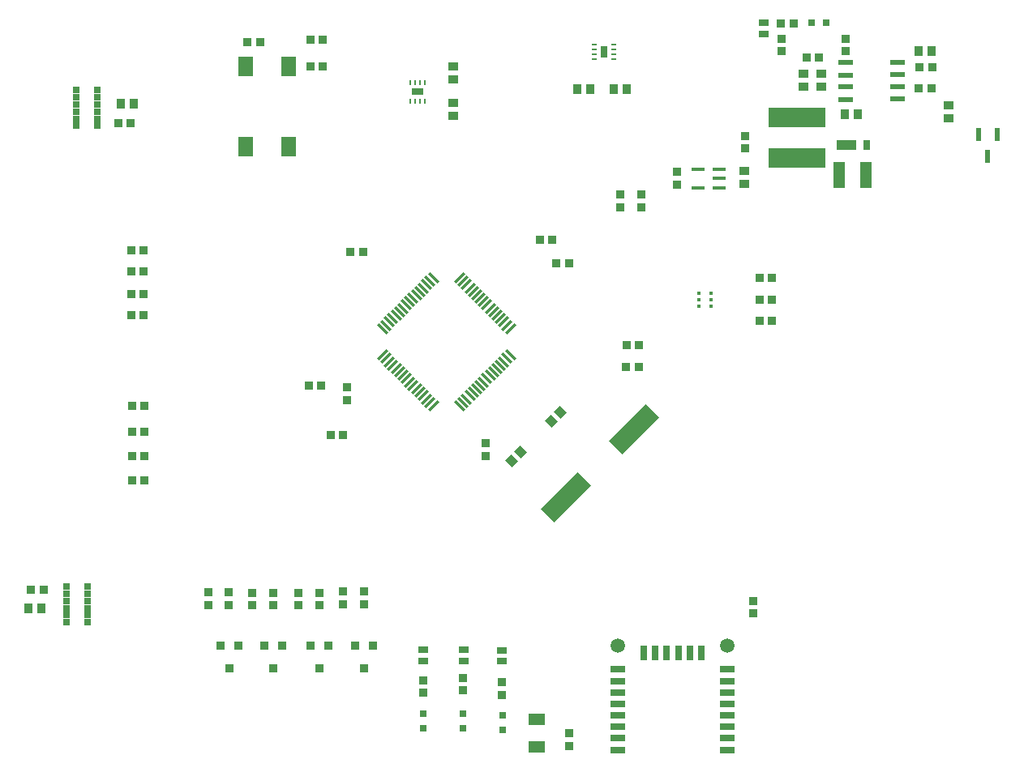
<source format=gtp>
G04 Layer_Color=8421504*
%FSLAX42Y42*%
%MOMM*%
G71*
G01*
G75*
%ADD10R,1.00X0.90*%
%ADD11R,0.60X1.45*%
%ADD12R,0.95X0.85*%
%ADD13C,1.50*%
%ADD14R,0.80X1.50*%
%ADD15R,1.50X0.80*%
G04:AMPARAMS|DCode=16|XSize=5.5mm|YSize=2mm|CornerRadius=0mm|HoleSize=0mm|Usage=FLASHONLY|Rotation=225.000|XOffset=0mm|YOffset=0mm|HoleType=Round|Shape=Rectangle|*
%AMROTATEDRECTD16*
4,1,4,1.24,2.65,2.65,1.24,-1.24,-2.65,-2.65,-1.24,1.24,2.65,0.0*
%
%ADD16ROTATEDRECTD16*%

%ADD17R,0.85X0.95*%
G04:AMPARAMS|DCode=18|XSize=0.95mm|YSize=0.85mm|CornerRadius=0mm|HoleSize=0mm|Usage=FLASHONLY|Rotation=135.000|XOffset=0mm|YOffset=0mm|HoleType=Round|Shape=Rectangle|*
%AMROTATEDRECTD18*
4,1,4,0.64,-0.04,0.04,-0.64,-0.64,0.04,-0.04,0.64,0.64,-0.04,0.0*
%
%ADD18ROTATEDRECTD18*%

%ADD19R,0.90X1.00*%
%ADD20R,0.90X0.95*%
%ADD21R,0.90X0.95*%
%ADD22R,0.80X0.80*%
%ADD23R,1.00X0.75*%
%ADD24R,1.30X2.70*%
%ADD25R,6.00X2.00*%
%ADD26R,0.80X0.80*%
G04:AMPARAMS|DCode=27|XSize=0.3mm|YSize=1.4mm|CornerRadius=0mm|HoleSize=0mm|Usage=FLASHONLY|Rotation=315.000|XOffset=0mm|YOffset=0mm|HoleType=Round|Shape=Rectangle|*
%AMROTATEDRECTD27*
4,1,4,-0.60,-0.39,0.39,0.60,0.60,0.39,-0.39,-0.60,-0.60,-0.39,0.0*
%
%ADD27ROTATEDRECTD27*%

G04:AMPARAMS|DCode=28|XSize=0.3mm|YSize=1.4mm|CornerRadius=0mm|HoleSize=0mm|Usage=FLASHONLY|Rotation=45.000|XOffset=0mm|YOffset=0mm|HoleType=Round|Shape=Rectangle|*
%AMROTATEDRECTD28*
4,1,4,0.39,-0.60,-0.60,0.39,-0.39,0.60,0.60,-0.39,0.39,-0.60,0.0*
%
%ADD28ROTATEDRECTD28*%

G04:AMPARAMS|DCode=29|XSize=0.65mm|YSize=0.6mm|CornerRadius=0.02mm|HoleSize=0mm|Usage=FLASHONLY|Rotation=0.000|XOffset=0mm|YOffset=0mm|HoleType=Round|Shape=RoundedRectangle|*
%AMROUNDEDRECTD29*
21,1,0.65,0.57,0,0,0.0*
21,1,0.62,0.60,0,0,0.0*
1,1,0.03,0.31,-0.28*
1,1,0.03,-0.31,-0.28*
1,1,0.03,-0.31,0.28*
1,1,0.03,0.31,0.28*
%
%ADD29ROUNDEDRECTD29*%
%ADD30R,1.30X0.70*%
G04:AMPARAMS|DCode=31|XSize=0.5mm|YSize=0.25mm|CornerRadius=0mm|HoleSize=0mm|Usage=FLASHONLY|Rotation=270.000|XOffset=0mm|YOffset=0mm|HoleType=Round|Shape=RoundedRectangle|*
%AMROUNDEDRECTD31*
21,1,0.50,0.25,0,0,270.0*
21,1,0.50,0.25,0,0,270.0*
1,1,0.00,-0.12,-0.25*
1,1,0.00,-0.12,0.25*
1,1,0.00,0.12,0.25*
1,1,0.00,0.12,-0.25*
%
%ADD31ROUNDEDRECTD31*%
%ADD32R,0.70X1.30*%
G04:AMPARAMS|DCode=33|XSize=0.5mm|YSize=0.25mm|CornerRadius=0mm|HoleSize=0mm|Usage=FLASHONLY|Rotation=180.000|XOffset=0mm|YOffset=0mm|HoleType=Round|Shape=RoundedRectangle|*
%AMROUNDEDRECTD33*
21,1,0.50,0.25,0,0,180.0*
21,1,0.50,0.25,0,0,180.0*
1,1,0.00,-0.25,0.12*
1,1,0.00,0.25,0.12*
1,1,0.00,0.25,-0.12*
1,1,0.00,-0.25,-0.12*
%
%ADD33ROUNDEDRECTD33*%
%ADD34R,1.50X2.00*%
%ADD35R,0.45X0.45*%
%ADD36R,1.45X0.45*%
%ADD37R,1.80X1.30*%
%ADD38R,1.55X0.60*%
%ADD39R,0.80X1.10*%
%ADD40R,2.00X1.10*%
D10*
X13177Y10980D02*
D03*
Y10845D02*
D03*
X14507Y10647D02*
D03*
Y10512D02*
D03*
X12368Y9832D02*
D03*
Y9968D02*
D03*
X9327Y11054D02*
D03*
Y10919D02*
D03*
Y10674D02*
D03*
Y10539D02*
D03*
X12990Y10982D02*
D03*
Y10847D02*
D03*
D11*
X14913Y10114D02*
D03*
X14818Y10349D02*
D03*
X15009D02*
D03*
D12*
X9670Y7118D02*
D03*
Y6988D02*
D03*
X12462Y5342D02*
D03*
Y5472D02*
D03*
X9841Y4489D02*
D03*
Y4619D02*
D03*
X9022Y4509D02*
D03*
Y4639D02*
D03*
X9436Y4535D02*
D03*
Y4665D02*
D03*
X11665Y9822D02*
D03*
Y9953D02*
D03*
X12375Y10330D02*
D03*
Y10200D02*
D03*
X13432Y11347D02*
D03*
Y11218D02*
D03*
X12762Y11345D02*
D03*
Y11215D02*
D03*
X11078Y9588D02*
D03*
Y9718D02*
D03*
X11298Y9718D02*
D03*
Y9588D02*
D03*
X8402Y5438D02*
D03*
Y5568D02*
D03*
X8182Y5438D02*
D03*
Y5568D02*
D03*
X7454Y5428D02*
D03*
Y5558D02*
D03*
X7233Y5428D02*
D03*
Y5558D02*
D03*
X7935Y5428D02*
D03*
Y5558D02*
D03*
X7715Y5428D02*
D03*
Y5558D02*
D03*
X6990Y5430D02*
D03*
Y5560D02*
D03*
X6770Y5430D02*
D03*
Y5560D02*
D03*
X10545Y4088D02*
D03*
Y3958D02*
D03*
X8221Y7703D02*
D03*
Y7572D02*
D03*
D13*
X12196Y5005D02*
D03*
X11046D02*
D03*
D14*
X11321Y4930D02*
D03*
X11441D02*
D03*
X11921D02*
D03*
X11801D02*
D03*
X11681D02*
D03*
X11561D02*
D03*
D15*
X11046Y4755D02*
D03*
Y4635D02*
D03*
Y4515D02*
D03*
Y4275D02*
D03*
Y3915D02*
D03*
Y4035D02*
D03*
Y4155D02*
D03*
Y4395D02*
D03*
X12196D02*
D03*
Y4155D02*
D03*
Y4035D02*
D03*
Y3915D02*
D03*
Y4275D02*
D03*
Y4515D02*
D03*
Y4635D02*
D03*
Y4755D02*
D03*
D16*
X11217Y7263D02*
D03*
X10509Y6556D02*
D03*
D17*
X12532Y8845D02*
D03*
X12662D02*
D03*
X12532Y8618D02*
D03*
X12662D02*
D03*
X12531Y8402D02*
D03*
X12661D02*
D03*
X12755Y11510D02*
D03*
X12885D02*
D03*
X7822Y7725D02*
D03*
X7953D02*
D03*
X5977Y6989D02*
D03*
X6107D02*
D03*
X5977Y6735D02*
D03*
X6107D02*
D03*
X5977Y7509D02*
D03*
X6107D02*
D03*
X5977Y7243D02*
D03*
X6107D02*
D03*
X5966Y8680D02*
D03*
X6096D02*
D03*
X5967Y8459D02*
D03*
X6097D02*
D03*
X5966Y9137D02*
D03*
X6096D02*
D03*
X5966Y8916D02*
D03*
X6096D02*
D03*
X7970Y11060D02*
D03*
X7840D02*
D03*
X7840Y11338D02*
D03*
X7970D02*
D03*
X5053Y5587D02*
D03*
X4923D02*
D03*
X5832Y10463D02*
D03*
X5962D02*
D03*
X11143Y8145D02*
D03*
X11272D02*
D03*
X11138Y7920D02*
D03*
X11268D02*
D03*
X8181Y7205D02*
D03*
X8051D02*
D03*
X8390Y9120D02*
D03*
X8260D02*
D03*
X10368Y9243D02*
D03*
X10238D02*
D03*
X10410Y9000D02*
D03*
X10540D02*
D03*
X7312Y11315D02*
D03*
X7182D02*
D03*
X14202Y11047D02*
D03*
X14332D02*
D03*
X14195Y10832D02*
D03*
X14325D02*
D03*
X13150Y11153D02*
D03*
X13020D02*
D03*
D18*
X10354Y7347D02*
D03*
X10446Y7438D02*
D03*
X10033Y7028D02*
D03*
X9942Y6937D02*
D03*
D19*
X13418Y10555D02*
D03*
X13552D02*
D03*
X11146Y10817D02*
D03*
X11011D02*
D03*
X10765D02*
D03*
X10630D02*
D03*
X5994Y10669D02*
D03*
X5859D02*
D03*
X4898Y5389D02*
D03*
X5033D02*
D03*
X14193Y11222D02*
D03*
X14327D02*
D03*
D20*
X7452Y4768D02*
D03*
X7547Y5003D02*
D03*
X8401Y4768D02*
D03*
X8496Y5003D02*
D03*
X6995Y4768D02*
D03*
X7090Y5003D02*
D03*
X7935Y4768D02*
D03*
X8030Y5003D02*
D03*
D21*
X7357Y5003D02*
D03*
X8306D02*
D03*
X6900D02*
D03*
X7840D02*
D03*
D22*
X13227Y11515D02*
D03*
X13077D02*
D03*
D23*
X12575D02*
D03*
Y11400D02*
D03*
X9442Y4847D02*
D03*
Y4962D02*
D03*
X9841Y4840D02*
D03*
Y4955D02*
D03*
X9022Y4847D02*
D03*
Y4962D02*
D03*
D24*
X13360Y9922D02*
D03*
X13640D02*
D03*
D25*
X12920Y10528D02*
D03*
Y10097D02*
D03*
D26*
X9844Y4127D02*
D03*
Y4277D02*
D03*
X9020Y4144D02*
D03*
Y4294D02*
D03*
X9436Y4144D02*
D03*
Y4294D02*
D03*
D27*
X9399Y8847D02*
D03*
X9435Y8812D02*
D03*
X9470Y8776D02*
D03*
X9505Y8741D02*
D03*
X9541Y8706D02*
D03*
X9576Y8670D02*
D03*
X9612Y8635D02*
D03*
X9647Y8600D02*
D03*
X9682Y8564D02*
D03*
X9718Y8529D02*
D03*
X9753Y8494D02*
D03*
X9788Y8458D02*
D03*
X9824Y8423D02*
D03*
X9859Y8388D02*
D03*
X9894Y8352D02*
D03*
X9930Y8317D02*
D03*
X9124Y7511D02*
D03*
X9088Y7546D02*
D03*
X9053Y7581D02*
D03*
X9018Y7617D02*
D03*
X8982Y7652D02*
D03*
X8947Y7688D02*
D03*
X8911Y7723D02*
D03*
X8876Y7758D02*
D03*
X8841Y7794D02*
D03*
X8805Y7829D02*
D03*
X8770Y7864D02*
D03*
X8735Y7900D02*
D03*
X8699Y7935D02*
D03*
X8664Y7970D02*
D03*
X8629Y8006D02*
D03*
X8593Y8041D02*
D03*
D28*
X9930D02*
D03*
X9894Y8006D02*
D03*
X9859Y7970D02*
D03*
X9824Y7935D02*
D03*
X9788Y7900D02*
D03*
X9753Y7864D02*
D03*
X9718Y7829D02*
D03*
X9682Y7794D02*
D03*
X9647Y7758D02*
D03*
X9612Y7723D02*
D03*
X9576Y7688D02*
D03*
X9541Y7652D02*
D03*
X9505Y7617D02*
D03*
X9470Y7581D02*
D03*
X9435Y7546D02*
D03*
X9399Y7511D02*
D03*
X8593Y8317D02*
D03*
X8629Y8352D02*
D03*
X8664Y8388D02*
D03*
X8699Y8423D02*
D03*
X8735Y8458D02*
D03*
X8770Y8494D02*
D03*
X8805Y8529D02*
D03*
X8841Y8564D02*
D03*
X8876Y8600D02*
D03*
X8911Y8635D02*
D03*
X8947Y8670D02*
D03*
X8982Y8706D02*
D03*
X9018Y8741D02*
D03*
X9053Y8776D02*
D03*
X9088Y8812D02*
D03*
X9124Y8847D02*
D03*
D29*
X5612Y10811D02*
D03*
Y10736D02*
D03*
Y10661D02*
D03*
Y10586D02*
D03*
Y10511D02*
D03*
Y10436D02*
D03*
X5392D02*
D03*
Y10511D02*
D03*
Y10586D02*
D03*
Y10661D02*
D03*
Y10736D02*
D03*
Y10811D02*
D03*
X5296Y5247D02*
D03*
Y5322D02*
D03*
Y5397D02*
D03*
Y5472D02*
D03*
Y5547D02*
D03*
Y5622D02*
D03*
X5516D02*
D03*
Y5547D02*
D03*
Y5472D02*
D03*
Y5397D02*
D03*
Y5322D02*
D03*
Y5247D02*
D03*
D30*
X8956Y10792D02*
D03*
D31*
X9033Y10892D02*
D03*
X8983D02*
D03*
X8933D02*
D03*
X8883D02*
D03*
Y10692D02*
D03*
X8933D02*
D03*
X8983D02*
D03*
X9033D02*
D03*
D32*
X10906Y11213D02*
D03*
D33*
X11006Y11135D02*
D03*
Y11185D02*
D03*
Y11235D02*
D03*
Y11285D02*
D03*
X10806D02*
D03*
Y11235D02*
D03*
Y11185D02*
D03*
Y11135D02*
D03*
D34*
X7614Y11061D02*
D03*
X7164D02*
D03*
X7614Y10221D02*
D03*
X7164D02*
D03*
D35*
X12022Y8689D02*
D03*
Y8621D02*
D03*
Y8554D02*
D03*
X11897Y8689D02*
D03*
Y8621D02*
D03*
Y8554D02*
D03*
D36*
X12107Y9790D02*
D03*
Y9885D02*
D03*
Y9980D02*
D03*
X11892Y9790D02*
D03*
Y9980D02*
D03*
D37*
X10205Y3945D02*
D03*
Y4235D02*
D03*
D38*
X13427Y10968D02*
D03*
Y10842D02*
D03*
Y11096D02*
D03*
Y10714D02*
D03*
X13968Y10717D02*
D03*
Y11098D02*
D03*
Y10844D02*
D03*
Y10971D02*
D03*
D39*
X13645Y10240D02*
D03*
D40*
X13440D02*
D03*
M02*

</source>
